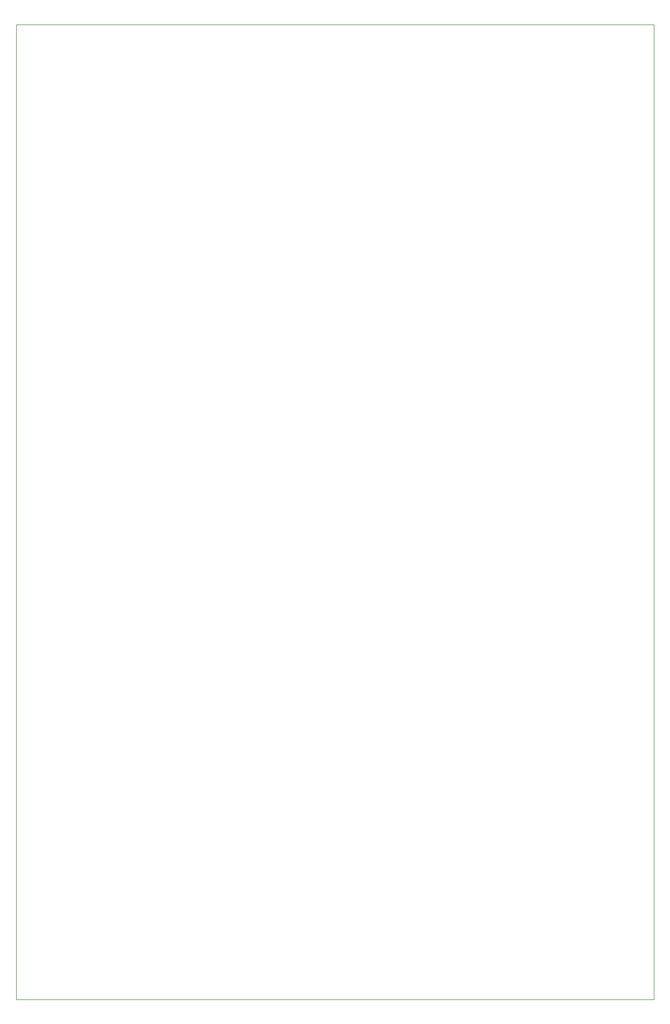
<source format=gbr>
%TF.GenerationSoftware,KiCad,Pcbnew,9.0.3*%
%TF.CreationDate,2025-09-20T20:18:26+05:30*%
%TF.ProjectId,RFID2,52464944-322e-46b6-9963-61645f706362,rev?*%
%TF.SameCoordinates,Original*%
%TF.FileFunction,Profile,NP*%
%FSLAX46Y46*%
G04 Gerber Fmt 4.6, Leading zero omitted, Abs format (unit mm)*
G04 Created by KiCad (PCBNEW 9.0.3) date 2025-09-20 20:18:26*
%MOMM*%
%LPD*%
G01*
G04 APERTURE LIST*
%TA.AperFunction,Profile*%
%ADD10C,0.050000*%
%TD*%
G04 APERTURE END LIST*
D10*
X70300000Y-20781937D02*
X173800000Y-20781937D01*
X173800000Y-178781937D01*
X70300000Y-178781937D01*
X70300000Y-20781937D01*
M02*

</source>
